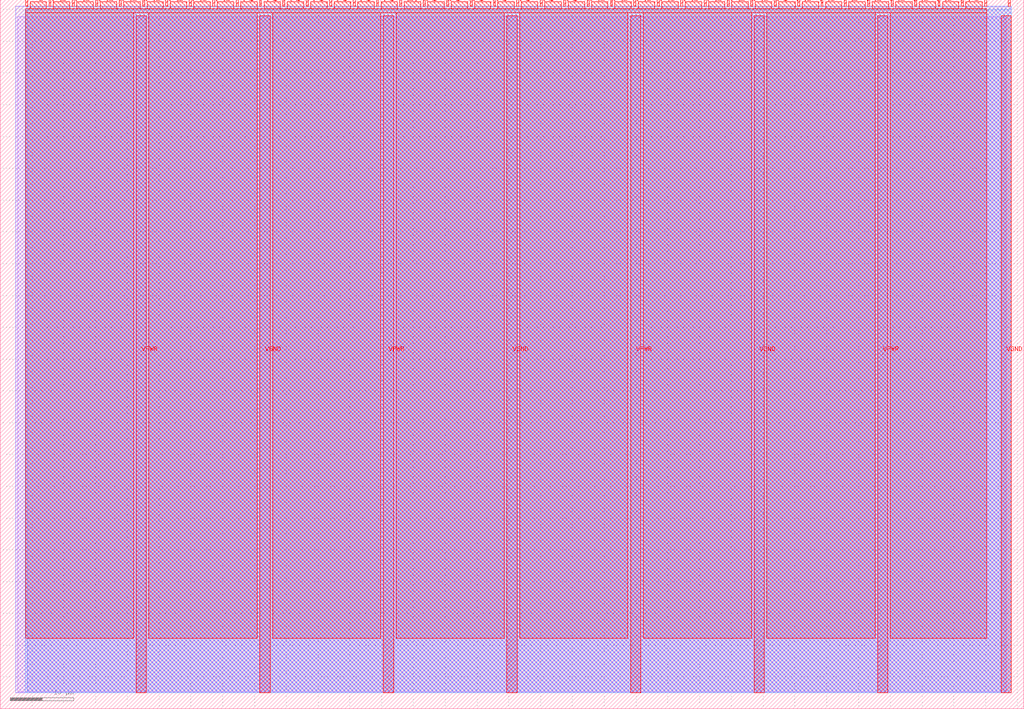
<source format=lef>
VERSION 5.7 ;
  NOWIREEXTENSIONATPIN ON ;
  DIVIDERCHAR "/" ;
  BUSBITCHARS "[]" ;
MACRO tt_um_ledcontroller_Gatsch
  CLASS BLOCK ;
  FOREIGN tt_um_ledcontroller_Gatsch ;
  ORIGIN 0.000 0.000 ;
  SIZE 161.000 BY 111.520 ;
  PIN VGND
    DIRECTION INOUT ;
    USE GROUND ;
    PORT
      LAYER met4 ;
        RECT 40.830 2.480 42.430 109.040 ;
    END
    PORT
      LAYER met4 ;
        RECT 79.700 2.480 81.300 109.040 ;
    END
    PORT
      LAYER met4 ;
        RECT 118.570 2.480 120.170 109.040 ;
    END
    PORT
      LAYER met4 ;
        RECT 157.440 2.480 159.040 109.040 ;
    END
  END VGND
  PIN VPWR
    DIRECTION INOUT ;
    USE POWER ;
    PORT
      LAYER met4 ;
        RECT 21.395 2.480 22.995 109.040 ;
    END
    PORT
      LAYER met4 ;
        RECT 60.265 2.480 61.865 109.040 ;
    END
    PORT
      LAYER met4 ;
        RECT 99.135 2.480 100.735 109.040 ;
    END
    PORT
      LAYER met4 ;
        RECT 138.005 2.480 139.605 109.040 ;
    END
  END VPWR
  PIN clk
    DIRECTION INPUT ;
    USE SIGNAL ;
    ANTENNAGATEAREA 0.852000 ;
    PORT
      LAYER met4 ;
        RECT 154.870 110.520 155.170 111.520 ;
    END
  END clk
  PIN ena
    DIRECTION INPUT ;
    USE SIGNAL ;
    PORT
      LAYER met4 ;
        RECT 158.550 110.520 158.850 111.520 ;
    END
  END ena
  PIN rst_n
    DIRECTION INPUT ;
    USE SIGNAL ;
    ANTENNAGATEAREA 0.213000 ;
    PORT
      LAYER met4 ;
        RECT 151.190 110.520 151.490 111.520 ;
    END
  END rst_n
  PIN ui_in[0]
    DIRECTION INPUT ;
    USE SIGNAL ;
    PORT
      LAYER met4 ;
        RECT 147.510 110.520 147.810 111.520 ;
    END
  END ui_in[0]
  PIN ui_in[1]
    DIRECTION INPUT ;
    USE SIGNAL ;
    PORT
      LAYER met4 ;
        RECT 143.830 110.520 144.130 111.520 ;
    END
  END ui_in[1]
  PIN ui_in[2]
    DIRECTION INPUT ;
    USE SIGNAL ;
    PORT
      LAYER met4 ;
        RECT 140.150 110.520 140.450 111.520 ;
    END
  END ui_in[2]
  PIN ui_in[3]
    DIRECTION INPUT ;
    USE SIGNAL ;
    PORT
      LAYER met4 ;
        RECT 136.470 110.520 136.770 111.520 ;
    END
  END ui_in[3]
  PIN ui_in[4]
    DIRECTION INPUT ;
    USE SIGNAL ;
    PORT
      LAYER met4 ;
        RECT 132.790 110.520 133.090 111.520 ;
    END
  END ui_in[4]
  PIN ui_in[5]
    DIRECTION INPUT ;
    USE SIGNAL ;
    PORT
      LAYER met4 ;
        RECT 129.110 110.520 129.410 111.520 ;
    END
  END ui_in[5]
  PIN ui_in[6]
    DIRECTION INPUT ;
    USE SIGNAL ;
    PORT
      LAYER met4 ;
        RECT 125.430 110.520 125.730 111.520 ;
    END
  END ui_in[6]
  PIN ui_in[7]
    DIRECTION INPUT ;
    USE SIGNAL ;
    PORT
      LAYER met4 ;
        RECT 121.750 110.520 122.050 111.520 ;
    END
  END ui_in[7]
  PIN uio_in[0]
    DIRECTION INPUT ;
    USE SIGNAL ;
    ANTENNAGATEAREA 0.196500 ;
    PORT
      LAYER met4 ;
        RECT 118.070 110.520 118.370 111.520 ;
    END
  END uio_in[0]
  PIN uio_in[1]
    DIRECTION INPUT ;
    USE SIGNAL ;
    ANTENNAGATEAREA 0.196500 ;
    PORT
      LAYER met4 ;
        RECT 114.390 110.520 114.690 111.520 ;
    END
  END uio_in[1]
  PIN uio_in[2]
    DIRECTION INPUT ;
    USE SIGNAL ;
    PORT
      LAYER met4 ;
        RECT 110.710 110.520 111.010 111.520 ;
    END
  END uio_in[2]
  PIN uio_in[3]
    DIRECTION INPUT ;
    USE SIGNAL ;
    PORT
      LAYER met4 ;
        RECT 107.030 110.520 107.330 111.520 ;
    END
  END uio_in[3]
  PIN uio_in[4]
    DIRECTION INPUT ;
    USE SIGNAL ;
    PORT
      LAYER met4 ;
        RECT 103.350 110.520 103.650 111.520 ;
    END
  END uio_in[4]
  PIN uio_in[5]
    DIRECTION INPUT ;
    USE SIGNAL ;
    PORT
      LAYER met4 ;
        RECT 99.670 110.520 99.970 111.520 ;
    END
  END uio_in[5]
  PIN uio_in[6]
    DIRECTION INPUT ;
    USE SIGNAL ;
    PORT
      LAYER met4 ;
        RECT 95.990 110.520 96.290 111.520 ;
    END
  END uio_in[6]
  PIN uio_in[7]
    DIRECTION INPUT ;
    USE SIGNAL ;
    PORT
      LAYER met4 ;
        RECT 92.310 110.520 92.610 111.520 ;
    END
  END uio_in[7]
  PIN uio_oe[0]
    DIRECTION OUTPUT TRISTATE ;
    USE SIGNAL ;
    PORT
      LAYER met4 ;
        RECT 29.750 110.520 30.050 111.520 ;
    END
  END uio_oe[0]
  PIN uio_oe[1]
    DIRECTION OUTPUT TRISTATE ;
    USE SIGNAL ;
    ANTENNAGATEAREA 0.159000 ;
    ANTENNADIFFAREA 1.075200 ;
    PORT
      LAYER met4 ;
        RECT 26.070 110.520 26.370 111.520 ;
    END
  END uio_oe[1]
  PIN uio_oe[2]
    DIRECTION OUTPUT TRISTATE ;
    USE SIGNAL ;
    PORT
      LAYER met4 ;
        RECT 22.390 110.520 22.690 111.520 ;
    END
  END uio_oe[2]
  PIN uio_oe[3]
    DIRECTION OUTPUT TRISTATE ;
    USE SIGNAL ;
    PORT
      LAYER met4 ;
        RECT 18.710 110.520 19.010 111.520 ;
    END
  END uio_oe[3]
  PIN uio_oe[4]
    DIRECTION OUTPUT TRISTATE ;
    USE SIGNAL ;
    PORT
      LAYER met4 ;
        RECT 15.030 110.520 15.330 111.520 ;
    END
  END uio_oe[4]
  PIN uio_oe[5]
    DIRECTION OUTPUT TRISTATE ;
    USE SIGNAL ;
    PORT
      LAYER met4 ;
        RECT 11.350 110.520 11.650 111.520 ;
    END
  END uio_oe[5]
  PIN uio_oe[6]
    DIRECTION OUTPUT TRISTATE ;
    USE SIGNAL ;
    PORT
      LAYER met4 ;
        RECT 7.670 110.520 7.970 111.520 ;
    END
  END uio_oe[6]
  PIN uio_oe[7]
    DIRECTION OUTPUT TRISTATE ;
    USE SIGNAL ;
    PORT
      LAYER met4 ;
        RECT 3.990 110.520 4.290 111.520 ;
    END
  END uio_oe[7]
  PIN uio_out[0]
    DIRECTION OUTPUT TRISTATE ;
    USE SIGNAL ;
    PORT
      LAYER met4 ;
        RECT 59.190 110.520 59.490 111.520 ;
    END
  END uio_out[0]
  PIN uio_out[1]
    DIRECTION OUTPUT TRISTATE ;
    USE SIGNAL ;
    PORT
      LAYER met4 ;
        RECT 55.510 110.520 55.810 111.520 ;
    END
  END uio_out[1]
  PIN uio_out[2]
    DIRECTION OUTPUT TRISTATE ;
    USE SIGNAL ;
    PORT
      LAYER met4 ;
        RECT 51.830 110.520 52.130 111.520 ;
    END
  END uio_out[2]
  PIN uio_out[3]
    DIRECTION OUTPUT TRISTATE ;
    USE SIGNAL ;
    PORT
      LAYER met4 ;
        RECT 48.150 110.520 48.450 111.520 ;
    END
  END uio_out[3]
  PIN uio_out[4]
    DIRECTION OUTPUT TRISTATE ;
    USE SIGNAL ;
    PORT
      LAYER met4 ;
        RECT 44.470 110.520 44.770 111.520 ;
    END
  END uio_out[4]
  PIN uio_out[5]
    DIRECTION OUTPUT TRISTATE ;
    USE SIGNAL ;
    PORT
      LAYER met4 ;
        RECT 40.790 110.520 41.090 111.520 ;
    END
  END uio_out[5]
  PIN uio_out[6]
    DIRECTION OUTPUT TRISTATE ;
    USE SIGNAL ;
    PORT
      LAYER met4 ;
        RECT 37.110 110.520 37.410 111.520 ;
    END
  END uio_out[6]
  PIN uio_out[7]
    DIRECTION OUTPUT TRISTATE ;
    USE SIGNAL ;
    PORT
      LAYER met4 ;
        RECT 33.430 110.520 33.730 111.520 ;
    END
  END uio_out[7]
  PIN uo_out[0]
    DIRECTION OUTPUT TRISTATE ;
    USE SIGNAL ;
    PORT
      LAYER met4 ;
        RECT 88.630 110.520 88.930 111.520 ;
    END
  END uo_out[0]
  PIN uo_out[1]
    DIRECTION OUTPUT TRISTATE ;
    USE SIGNAL ;
    ANTENNADIFFAREA 0.445500 ;
    PORT
      LAYER met4 ;
        RECT 84.950 110.520 85.250 111.520 ;
    END
  END uo_out[1]
  PIN uo_out[2]
    DIRECTION OUTPUT TRISTATE ;
    USE SIGNAL ;
    ANTENNADIFFAREA 0.445500 ;
    PORT
      LAYER met4 ;
        RECT 81.270 110.520 81.570 111.520 ;
    END
  END uo_out[2]
  PIN uo_out[3]
    DIRECTION OUTPUT TRISTATE ;
    USE SIGNAL ;
    PORT
      LAYER met4 ;
        RECT 77.590 110.520 77.890 111.520 ;
    END
  END uo_out[3]
  PIN uo_out[4]
    DIRECTION OUTPUT TRISTATE ;
    USE SIGNAL ;
    PORT
      LAYER met4 ;
        RECT 73.910 110.520 74.210 111.520 ;
    END
  END uo_out[4]
  PIN uo_out[5]
    DIRECTION OUTPUT TRISTATE ;
    USE SIGNAL ;
    PORT
      LAYER met4 ;
        RECT 70.230 110.520 70.530 111.520 ;
    END
  END uo_out[5]
  PIN uo_out[6]
    DIRECTION OUTPUT TRISTATE ;
    USE SIGNAL ;
    PORT
      LAYER met4 ;
        RECT 66.550 110.520 66.850 111.520 ;
    END
  END uo_out[6]
  PIN uo_out[7]
    DIRECTION OUTPUT TRISTATE ;
    USE SIGNAL ;
    PORT
      LAYER met4 ;
        RECT 62.870 110.520 63.170 111.520 ;
    END
  END uo_out[7]
  OBS
      LAYER li1 ;
        RECT 2.760 2.635 158.240 108.885 ;
      LAYER met1 ;
        RECT 2.460 2.480 159.040 110.460 ;
      LAYER met2 ;
        RECT 4.230 2.535 159.010 110.490 ;
      LAYER met3 ;
        RECT 3.950 2.555 159.030 109.985 ;
      LAYER met4 ;
        RECT 4.690 110.120 7.270 111.170 ;
        RECT 8.370 110.120 10.950 111.170 ;
        RECT 12.050 110.120 14.630 111.170 ;
        RECT 15.730 110.120 18.310 111.170 ;
        RECT 19.410 110.120 21.990 111.170 ;
        RECT 23.090 110.120 25.670 111.170 ;
        RECT 26.770 110.120 29.350 111.170 ;
        RECT 30.450 110.120 33.030 111.170 ;
        RECT 34.130 110.120 36.710 111.170 ;
        RECT 37.810 110.120 40.390 111.170 ;
        RECT 41.490 110.120 44.070 111.170 ;
        RECT 45.170 110.120 47.750 111.170 ;
        RECT 48.850 110.120 51.430 111.170 ;
        RECT 52.530 110.120 55.110 111.170 ;
        RECT 56.210 110.120 58.790 111.170 ;
        RECT 59.890 110.120 62.470 111.170 ;
        RECT 63.570 110.120 66.150 111.170 ;
        RECT 67.250 110.120 69.830 111.170 ;
        RECT 70.930 110.120 73.510 111.170 ;
        RECT 74.610 110.120 77.190 111.170 ;
        RECT 78.290 110.120 80.870 111.170 ;
        RECT 81.970 110.120 84.550 111.170 ;
        RECT 85.650 110.120 88.230 111.170 ;
        RECT 89.330 110.120 91.910 111.170 ;
        RECT 93.010 110.120 95.590 111.170 ;
        RECT 96.690 110.120 99.270 111.170 ;
        RECT 100.370 110.120 102.950 111.170 ;
        RECT 104.050 110.120 106.630 111.170 ;
        RECT 107.730 110.120 110.310 111.170 ;
        RECT 111.410 110.120 113.990 111.170 ;
        RECT 115.090 110.120 117.670 111.170 ;
        RECT 118.770 110.120 121.350 111.170 ;
        RECT 122.450 110.120 125.030 111.170 ;
        RECT 126.130 110.120 128.710 111.170 ;
        RECT 129.810 110.120 132.390 111.170 ;
        RECT 133.490 110.120 136.070 111.170 ;
        RECT 137.170 110.120 139.750 111.170 ;
        RECT 140.850 110.120 143.430 111.170 ;
        RECT 144.530 110.120 147.110 111.170 ;
        RECT 148.210 110.120 150.790 111.170 ;
        RECT 151.890 110.120 154.470 111.170 ;
        RECT 3.975 109.440 155.185 110.120 ;
        RECT 3.975 11.055 20.995 109.440 ;
        RECT 23.395 11.055 40.430 109.440 ;
        RECT 42.830 11.055 59.865 109.440 ;
        RECT 62.265 11.055 79.300 109.440 ;
        RECT 81.700 11.055 98.735 109.440 ;
        RECT 101.135 11.055 118.170 109.440 ;
        RECT 120.570 11.055 137.605 109.440 ;
        RECT 140.005 11.055 155.185 109.440 ;
  END
END tt_um_ledcontroller_Gatsch
END LIBRARY


</source>
